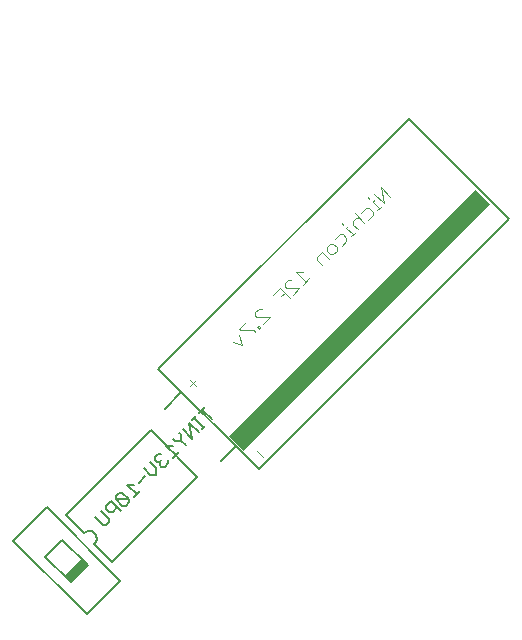
<source format=gbo>
G75*
G70*
%OFA0B0*%
%FSLAX24Y24*%
%IPPOS*%
%LPD*%
%AMOC8*
5,1,8,0,0,1.08239X$1,22.5*
%
%ADD10C,0.0060*%
%ADD11C,0.0050*%
%ADD12C,0.0040*%
%ADD13R,0.0689X1.1614*%
%ADD14R,0.0300X0.0800*%
D10*
X005897Y005543D02*
X005918Y005567D01*
X005935Y005593D01*
X005949Y005621D01*
X005960Y005650D01*
X005967Y005681D01*
X005970Y005712D01*
X005969Y005744D01*
X005964Y005775D01*
X005955Y005805D01*
X005943Y005833D01*
X005927Y005861D01*
X005908Y005885D01*
X005885Y005908D01*
X005861Y005927D01*
X005833Y005943D01*
X005805Y005955D01*
X005775Y005964D01*
X005744Y005969D01*
X005712Y005970D01*
X005681Y005967D01*
X005650Y005960D01*
X005621Y005949D01*
X005593Y005935D01*
X005567Y005918D01*
X005543Y005897D01*
X005544Y005897D02*
X004943Y006498D01*
X007771Y009327D01*
X009327Y007771D01*
X006498Y004943D01*
X005897Y005544D01*
D11*
X005111Y004262D02*
X004262Y005111D01*
X004828Y005676D01*
X005676Y004828D01*
X005111Y004262D01*
X005637Y003188D02*
X006751Y004301D01*
X004301Y006751D01*
X003188Y005637D01*
X005637Y003188D01*
X006177Y006163D02*
X005911Y006428D01*
X006123Y006640D02*
X006389Y006375D01*
X006389Y006269D01*
X006283Y006163D01*
X006177Y006163D01*
X006396Y006594D02*
X006290Y006700D01*
X006290Y006807D01*
X006449Y006966D01*
X006768Y006647D01*
X006661Y006753D02*
X006502Y006594D01*
X006396Y006594D01*
X006615Y007026D02*
X006828Y006814D01*
X006934Y006814D01*
X007040Y006920D01*
X007040Y007026D01*
X006615Y007026D01*
X006615Y007132D01*
X006722Y007238D01*
X006828Y007238D01*
X007040Y007026D01*
X007206Y007086D02*
X007419Y007298D01*
X007312Y007192D02*
X006994Y007511D01*
X007206Y007511D01*
X007373Y007571D02*
X007585Y007783D01*
X007751Y007843D02*
X007539Y008056D01*
X007751Y008268D02*
X007964Y008056D01*
X007964Y007843D01*
X007751Y007843D01*
X008077Y008169D02*
X008130Y008116D01*
X008236Y008116D01*
X008342Y008222D01*
X008342Y008328D01*
X008508Y008388D02*
X008721Y008601D01*
X008615Y008494D02*
X008296Y008813D01*
X008508Y008813D01*
X008569Y008979D02*
X008516Y009032D01*
X008569Y008979D02*
X008781Y008979D01*
X008940Y008820D01*
X008781Y008979D02*
X008781Y009192D01*
X008728Y009245D01*
X008841Y009358D02*
X009160Y009039D01*
X009053Y009570D01*
X009372Y009252D01*
X009483Y009363D02*
X009589Y009469D01*
X009536Y009416D02*
X009217Y009734D01*
X009270Y009787D02*
X009164Y009681D01*
X009384Y009900D02*
X009596Y010113D01*
X009490Y010007D02*
X009808Y009688D01*
X010601Y008786D02*
X010114Y008299D01*
X010601Y008786D02*
X008792Y010596D01*
X008235Y010039D01*
X008792Y010596D02*
X008026Y011361D01*
X016378Y019713D01*
X019719Y016372D01*
X011367Y008020D01*
X010601Y008786D01*
X008130Y008540D02*
X008024Y008540D01*
X007918Y008434D01*
X007918Y008328D01*
X007971Y008275D01*
X008077Y008275D01*
X008077Y008169D01*
X008077Y008275D02*
X008130Y008328D01*
D12*
X009072Y010795D02*
X009289Y011012D01*
X009289Y010795D02*
X009072Y011012D01*
X010500Y012273D02*
X010826Y012165D01*
X010717Y012490D01*
X010771Y012653D02*
X011205Y012653D01*
X011260Y012599D01*
X011368Y012707D02*
X011422Y012762D01*
X011368Y012816D01*
X011314Y012762D01*
X011368Y012707D01*
X011531Y012870D02*
X011748Y013087D01*
X011314Y013087D01*
X011260Y013141D01*
X011260Y013250D01*
X011368Y013358D01*
X011477Y013358D01*
X011856Y013847D02*
X012073Y014064D01*
X012399Y013738D01*
X012508Y013847D02*
X012725Y014064D01*
X012291Y014064D01*
X012236Y014118D01*
X012236Y014227D01*
X012345Y014335D01*
X012453Y014335D01*
X012616Y014606D02*
X012942Y014281D01*
X013050Y014389D02*
X012833Y014172D01*
X012833Y014606D02*
X012616Y014606D01*
X012236Y013901D02*
X012128Y013793D01*
X010934Y012924D02*
X010717Y012707D01*
X010771Y012653D01*
X013321Y014986D02*
X013484Y014823D01*
X013321Y014986D02*
X013321Y015095D01*
X013484Y015257D01*
X013701Y015040D01*
X013755Y015203D02*
X013647Y015312D01*
X013647Y015420D01*
X013755Y015529D01*
X013864Y015529D01*
X013972Y015420D01*
X013972Y015312D01*
X013864Y015203D01*
X013755Y015203D01*
X014135Y015475D02*
X014298Y015637D01*
X014298Y015746D01*
X014190Y015854D01*
X014081Y015854D01*
X013918Y015692D01*
X014298Y016071D02*
X014515Y015854D01*
X014461Y015800D02*
X014569Y015909D01*
X014678Y016017D02*
X014515Y016180D01*
X014515Y016288D01*
X014624Y016397D01*
X014732Y016397D01*
X014786Y016560D02*
X014949Y016722D01*
X015058Y016722D01*
X015166Y016614D01*
X015166Y016505D01*
X015003Y016343D01*
X014895Y016234D02*
X014569Y016560D01*
X014352Y016126D02*
X014298Y016071D01*
X014190Y016180D02*
X014135Y016234D01*
X015003Y017102D02*
X015058Y017048D01*
X015166Y016939D02*
X015383Y016722D01*
X015329Y016668D02*
X015437Y016777D01*
X015546Y016885D02*
X015220Y017211D01*
X015220Y016994D02*
X015166Y016939D01*
X015546Y016885D02*
X015437Y017428D01*
X015763Y017102D01*
X011299Y008646D02*
X011516Y008429D01*
D13*
G36*
X018604Y017346D02*
X019091Y016859D01*
X010880Y008648D01*
X010393Y009135D01*
X018604Y017346D01*
G37*
D14*
G36*
X005463Y005039D02*
X005675Y004827D01*
X005111Y004263D01*
X004899Y004475D01*
X005463Y005039D01*
G37*
M02*

</source>
